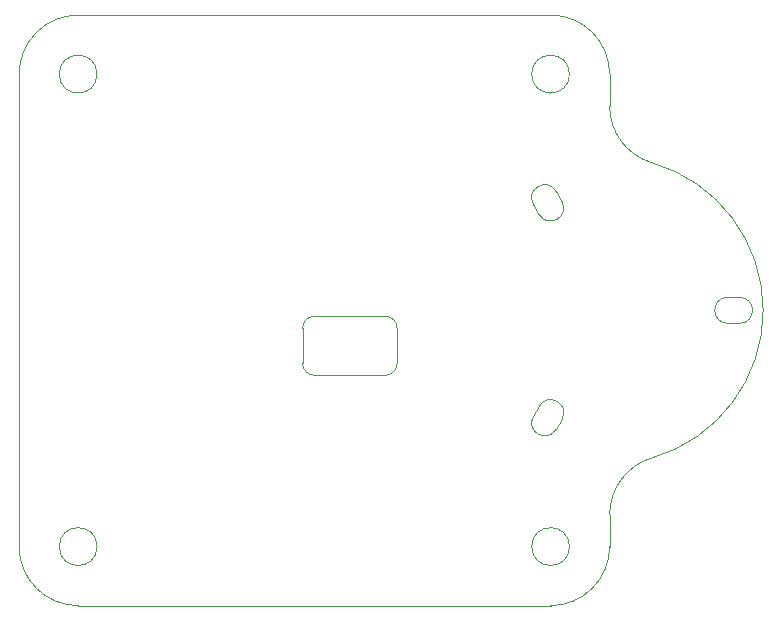
<source format=gm1>
%TF.GenerationSoftware,KiCad,Pcbnew,(5.1.6)-1*%
%TF.CreationDate,2021-12-22T23:27:45-05:00*%
%TF.ProjectId,base,62617365-2e6b-4696-9361-645f70636258,rev?*%
%TF.SameCoordinates,Original*%
%TF.FileFunction,Profile,NP*%
%FSLAX46Y46*%
G04 Gerber Fmt 4.6, Leading zero omitted, Abs format (unit mm)*
G04 Created by KiCad (PCBNEW (5.1.6)-1) date 2021-12-22 23:27:45*
%MOMM*%
%LPD*%
G01*
G04 APERTURE LIST*
%TA.AperFunction,Profile*%
%ADD10C,0.100000*%
%TD*%
G04 APERTURE END LIST*
D10*
X163600001Y-116000000D02*
G75*
G03*
X163600001Y-116000000I-1600001J0D01*
G01*
X148000000Y-96500000D02*
G75*
G02*
X149000000Y-97500000I0J-1000000D01*
G01*
X122000000Y-121000000D02*
X162000000Y-121000000D01*
X117000000Y-76000000D02*
X117000000Y-116000000D01*
X149000000Y-100500000D02*
G75*
G02*
X148000000Y-101500000I-1000000J0D01*
G01*
X163600001Y-76000000D02*
G75*
G03*
X163600001Y-76000000I-1600001J0D01*
G01*
X123600000Y-76000000D02*
G75*
G03*
X123600000Y-76000000I-1600000J0D01*
G01*
X142000000Y-96500000D02*
X148000000Y-96500000D01*
X122000000Y-120999999D02*
G75*
G02*
X117000001Y-116000000I0J4999999D01*
G01*
X123600000Y-116000000D02*
G75*
G03*
X123600000Y-116000000I-1600000J0D01*
G01*
X149000000Y-97500000D02*
X149000000Y-100500000D01*
X142000000Y-101500000D02*
G75*
G02*
X141000000Y-100500000I0J1000000D01*
G01*
X141000000Y-100500000D02*
X141000000Y-97500000D01*
X140999999Y-97500000D02*
G75*
G02*
X142000000Y-96499999I1000001J0D01*
G01*
X148000000Y-101500000D02*
X142000000Y-101500000D01*
X162452628Y-106076279D02*
X162952628Y-105210254D01*
X167000000Y-78708384D02*
X167000000Y-76000000D01*
X161047372Y-104110254D02*
G75*
G02*
X162952628Y-105210254I952628J-550000D01*
G01*
X161047373Y-104110254D02*
X160547373Y-104976279D01*
X162000000Y-71000000D02*
X122000000Y-71000000D01*
X178000000Y-94900000D02*
G75*
G02*
X178000000Y-97100000I0J-1100000D01*
G01*
X170611111Y-83511611D02*
G75*
G02*
X167000000Y-78708384I1388889J4803227D01*
G01*
X178000000Y-94900000D02*
X177000000Y-94900000D01*
X167000000Y-116000000D02*
G75*
G02*
X162000000Y-121000000I-5000000J0D01*
G01*
X177000000Y-97100000D02*
G75*
G02*
X177000000Y-94900000I0J1100000D01*
G01*
X177000000Y-97100000D02*
X178000000Y-97100000D01*
X160547372Y-87023721D02*
G75*
G02*
X162452628Y-85923721I952628J550000D01*
G01*
X160547373Y-87023721D02*
X161047373Y-87889746D01*
X162952627Y-86789746D02*
G75*
G02*
X161047373Y-87889746I-952627J-550000D01*
G01*
X167000000Y-113291616D02*
G75*
G02*
X170611111Y-108488389I5000000J0D01*
G01*
X162000000Y-71000000D02*
G75*
G02*
X167000000Y-76000000I0J-5000000D01*
G01*
X167000000Y-116000000D02*
X167000000Y-113291616D01*
X162452627Y-106076279D02*
G75*
G02*
X160547373Y-104976279I-952627J550000D01*
G01*
X162952628Y-86789746D02*
X162452628Y-85923721D01*
X117000001Y-76000000D02*
G75*
G02*
X122000000Y-71000001I4999999J0D01*
G01*
X170611111Y-83511611D02*
G75*
G02*
X170611111Y-108488389I-3611111J-12488389D01*
G01*
M02*

</source>
